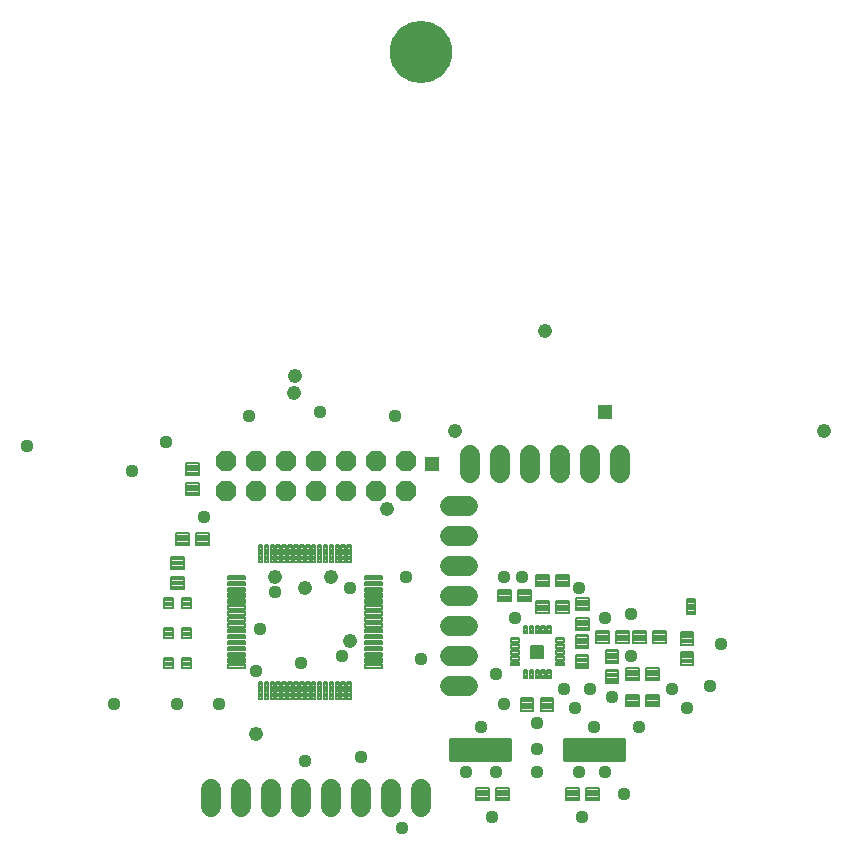
<source format=gts>
G75*
G70*
%OFA0B0*%
%FSLAX24Y24*%
%IPPOS*%
%LPD*%
%AMOC8*
5,1,8,0,0,1.08239X$1,22.5*
%
%ADD10C,0.2080*%
%ADD11C,0.0081*%
%ADD12C,0.0086*%
%ADD13C,0.0081*%
%ADD14C,0.0680*%
%ADD15C,0.0083*%
%ADD16OC8,0.0680*%
%ADD17C,0.0082*%
%ADD18C,0.0437*%
%ADD19R,0.0476X0.0476*%
%ADD20C,0.0476*%
D10*
X015563Y028939D03*
D11*
X007722Y015221D02*
X007722Y014827D01*
X007722Y015221D02*
X008154Y015221D01*
X008154Y014827D01*
X007722Y014827D01*
X007722Y014907D02*
X008154Y014907D01*
X008154Y014987D02*
X007722Y014987D01*
X007722Y015067D02*
X008154Y015067D01*
X008154Y015147D02*
X007722Y015147D01*
X007722Y014551D02*
X007722Y014157D01*
X007722Y014551D02*
X008154Y014551D01*
X008154Y014157D01*
X007722Y014157D01*
X007722Y014237D02*
X008154Y014237D01*
X008154Y014317D02*
X007722Y014317D01*
X007722Y014397D02*
X008154Y014397D01*
X008154Y014477D02*
X007722Y014477D01*
X007819Y012492D02*
X007387Y012492D01*
X007387Y012886D01*
X007819Y012886D01*
X007819Y012492D01*
X007819Y012572D02*
X007387Y012572D01*
X007387Y012652D02*
X007819Y012652D01*
X007819Y012732D02*
X007387Y012732D01*
X007387Y012812D02*
X007819Y012812D01*
X008056Y012492D02*
X008488Y012492D01*
X008056Y012492D02*
X008056Y012886D01*
X008488Y012886D01*
X008488Y012492D01*
X008488Y012572D02*
X008056Y012572D01*
X008056Y012652D02*
X008488Y012652D01*
X008488Y012732D02*
X008056Y012732D01*
X008056Y012812D02*
X008488Y012812D01*
X007654Y012096D02*
X007654Y011702D01*
X007222Y011702D01*
X007222Y012096D01*
X007654Y012096D01*
X007654Y011782D02*
X007222Y011782D01*
X007222Y011862D02*
X007654Y011862D01*
X007654Y011942D02*
X007222Y011942D01*
X007222Y012022D02*
X007654Y012022D01*
X007654Y011426D02*
X007654Y011032D01*
X007222Y011032D01*
X007222Y011426D01*
X007654Y011426D01*
X007654Y011112D02*
X007222Y011112D01*
X007222Y011192D02*
X007654Y011192D01*
X007654Y011272D02*
X007222Y011272D01*
X007222Y011352D02*
X007654Y011352D01*
X017387Y003992D02*
X017819Y003992D01*
X017387Y003992D02*
X017387Y004386D01*
X017819Y004386D01*
X017819Y003992D01*
X017819Y004072D02*
X017387Y004072D01*
X017387Y004152D02*
X017819Y004152D01*
X017819Y004232D02*
X017387Y004232D01*
X017387Y004312D02*
X017819Y004312D01*
X018056Y003992D02*
X018488Y003992D01*
X018056Y003992D02*
X018056Y004386D01*
X018488Y004386D01*
X018488Y003992D01*
X018488Y004072D02*
X018056Y004072D01*
X018056Y004152D02*
X018488Y004152D01*
X018488Y004232D02*
X018056Y004232D01*
X018056Y004312D02*
X018488Y004312D01*
X020387Y004386D02*
X020819Y004386D01*
X020819Y003992D01*
X020387Y003992D01*
X020387Y004386D01*
X020387Y004072D02*
X020819Y004072D01*
X020819Y004152D02*
X020387Y004152D01*
X020387Y004232D02*
X020819Y004232D01*
X020819Y004312D02*
X020387Y004312D01*
X021056Y004386D02*
X021488Y004386D01*
X021488Y003992D01*
X021056Y003992D01*
X021056Y004386D01*
X021056Y004072D02*
X021488Y004072D01*
X021488Y004152D02*
X021056Y004152D01*
X021056Y004232D02*
X021488Y004232D01*
X021488Y004312D02*
X021056Y004312D01*
X019969Y006973D02*
X019575Y006973D01*
X019575Y007405D01*
X019969Y007405D01*
X019969Y006973D01*
X019969Y007053D02*
X019575Y007053D01*
X019575Y007133D02*
X019969Y007133D01*
X019969Y007213D02*
X019575Y007213D01*
X019575Y007293D02*
X019969Y007293D01*
X019969Y007373D02*
X019575Y007373D01*
X019300Y006973D02*
X018906Y006973D01*
X018906Y007405D01*
X019300Y007405D01*
X019300Y006973D01*
X019300Y007053D02*
X018906Y007053D01*
X018906Y007133D02*
X019300Y007133D01*
X019300Y007213D02*
X018906Y007213D01*
X018906Y007293D02*
X019300Y007293D01*
X019300Y007373D02*
X018906Y007373D01*
X019241Y009136D02*
X019635Y009136D01*
X019635Y008742D01*
X019241Y008742D01*
X019241Y009136D01*
X019241Y008822D02*
X019635Y008822D01*
X019635Y008902D02*
X019241Y008902D01*
X019241Y008982D02*
X019635Y008982D01*
X019635Y009062D02*
X019241Y009062D01*
X019387Y010242D02*
X019819Y010242D01*
X019387Y010242D02*
X019387Y010636D01*
X019819Y010636D01*
X019819Y010242D01*
X019819Y010322D02*
X019387Y010322D01*
X019387Y010402D02*
X019819Y010402D01*
X019819Y010482D02*
X019387Y010482D01*
X019387Y010562D02*
X019819Y010562D01*
X020056Y010242D02*
X020488Y010242D01*
X020056Y010242D02*
X020056Y010636D01*
X020488Y010636D01*
X020488Y010242D01*
X020488Y010322D02*
X020056Y010322D01*
X020056Y010402D02*
X020488Y010402D01*
X020488Y010482D02*
X020056Y010482D01*
X020056Y010562D02*
X020488Y010562D01*
X020722Y010721D02*
X020722Y010327D01*
X020722Y010721D02*
X021154Y010721D01*
X021154Y010327D01*
X020722Y010327D01*
X020722Y010407D02*
X021154Y010407D01*
X021154Y010487D02*
X020722Y010487D01*
X020722Y010567D02*
X021154Y010567D01*
X021154Y010647D02*
X020722Y010647D01*
X020488Y011117D02*
X020056Y011117D01*
X020056Y011511D01*
X020488Y011511D01*
X020488Y011117D01*
X020488Y011197D02*
X020056Y011197D01*
X020056Y011277D02*
X020488Y011277D01*
X020488Y011357D02*
X020056Y011357D01*
X020056Y011437D02*
X020488Y011437D01*
X019819Y011117D02*
X019387Y011117D01*
X019387Y011511D01*
X019819Y011511D01*
X019819Y011117D01*
X019819Y011197D02*
X019387Y011197D01*
X019387Y011277D02*
X019819Y011277D01*
X019819Y011357D02*
X019387Y011357D01*
X019387Y011437D02*
X019819Y011437D01*
X019238Y011011D02*
X018806Y011011D01*
X019238Y011011D02*
X019238Y010617D01*
X018806Y010617D01*
X018806Y011011D01*
X018806Y010697D02*
X019238Y010697D01*
X019238Y010777D02*
X018806Y010777D01*
X018806Y010857D02*
X019238Y010857D01*
X019238Y010937D02*
X018806Y010937D01*
X018569Y011011D02*
X018137Y011011D01*
X018569Y011011D02*
X018569Y010617D01*
X018137Y010617D01*
X018137Y011011D01*
X018137Y010697D02*
X018569Y010697D01*
X018569Y010777D02*
X018137Y010777D01*
X018137Y010857D02*
X018569Y010857D01*
X018569Y010937D02*
X018137Y010937D01*
X020722Y010051D02*
X020722Y009657D01*
X020722Y010051D02*
X021154Y010051D01*
X021154Y009657D01*
X020722Y009657D01*
X020722Y009737D02*
X021154Y009737D01*
X021154Y009817D02*
X020722Y009817D01*
X020722Y009897D02*
X021154Y009897D01*
X021154Y009977D02*
X020722Y009977D01*
X020741Y009490D02*
X020741Y009058D01*
X020741Y009490D02*
X021135Y009490D01*
X021135Y009058D01*
X020741Y009058D01*
X020741Y009138D02*
X021135Y009138D01*
X021135Y009218D02*
X020741Y009218D01*
X020741Y009298D02*
X021135Y009298D01*
X021135Y009378D02*
X020741Y009378D01*
X020741Y009458D02*
X021135Y009458D01*
X021387Y009242D02*
X021819Y009242D01*
X021387Y009242D02*
X021387Y009636D01*
X021819Y009636D01*
X021819Y009242D01*
X021819Y009322D02*
X021387Y009322D01*
X021387Y009402D02*
X021819Y009402D01*
X021819Y009482D02*
X021387Y009482D01*
X021387Y009562D02*
X021819Y009562D01*
X022056Y009242D02*
X022488Y009242D01*
X022056Y009242D02*
X022056Y009636D01*
X022488Y009636D01*
X022488Y009242D01*
X022488Y009322D02*
X022056Y009322D01*
X022056Y009402D02*
X022488Y009402D01*
X022488Y009482D02*
X022056Y009482D01*
X022056Y009562D02*
X022488Y009562D01*
X022637Y009242D02*
X023069Y009242D01*
X022637Y009242D02*
X022637Y009636D01*
X023069Y009636D01*
X023069Y009242D01*
X023069Y009322D02*
X022637Y009322D01*
X022637Y009402D02*
X023069Y009402D01*
X023069Y009482D02*
X022637Y009482D01*
X022637Y009562D02*
X023069Y009562D01*
X023306Y009242D02*
X023738Y009242D01*
X023306Y009242D02*
X023306Y009636D01*
X023738Y009636D01*
X023738Y009242D01*
X023738Y009322D02*
X023306Y009322D01*
X023306Y009402D02*
X023738Y009402D01*
X023738Y009482D02*
X023306Y009482D01*
X023306Y009562D02*
X023738Y009562D01*
X024241Y009615D02*
X024241Y009183D01*
X024241Y009615D02*
X024635Y009615D01*
X024635Y009183D01*
X024241Y009183D01*
X024241Y009263D02*
X024635Y009263D01*
X024635Y009343D02*
X024241Y009343D01*
X024241Y009423D02*
X024635Y009423D01*
X024635Y009503D02*
X024241Y009503D01*
X024241Y009583D02*
X024635Y009583D01*
X024241Y008945D02*
X024241Y008513D01*
X024241Y008945D02*
X024635Y008945D01*
X024635Y008513D01*
X024241Y008513D01*
X024241Y008593D02*
X024635Y008593D01*
X024635Y008673D02*
X024241Y008673D01*
X024241Y008753D02*
X024635Y008753D01*
X024635Y008833D02*
X024241Y008833D01*
X024241Y008913D02*
X024635Y008913D01*
X023488Y007992D02*
X023056Y007992D01*
X023056Y008386D01*
X023488Y008386D01*
X023488Y007992D01*
X023488Y008072D02*
X023056Y008072D01*
X023056Y008152D02*
X023488Y008152D01*
X023488Y008232D02*
X023056Y008232D01*
X023056Y008312D02*
X023488Y008312D01*
X022819Y007992D02*
X022387Y007992D01*
X022387Y008386D01*
X022819Y008386D01*
X022819Y007992D01*
X022819Y008072D02*
X022387Y008072D01*
X022387Y008152D02*
X022819Y008152D01*
X022819Y008232D02*
X022387Y008232D01*
X022387Y008312D02*
X022819Y008312D01*
X021741Y008320D02*
X021741Y007888D01*
X021741Y008320D02*
X022135Y008320D01*
X022135Y007888D01*
X021741Y007888D01*
X021741Y007968D02*
X022135Y007968D01*
X022135Y008048D02*
X021741Y008048D01*
X021741Y008128D02*
X022135Y008128D01*
X022135Y008208D02*
X021741Y008208D01*
X021741Y008288D02*
X022135Y008288D01*
X021741Y008558D02*
X021741Y008990D01*
X022135Y008990D01*
X022135Y008558D01*
X021741Y008558D01*
X021741Y008638D02*
X022135Y008638D01*
X022135Y008718D02*
X021741Y008718D01*
X021741Y008798D02*
X022135Y008798D01*
X022135Y008878D02*
X021741Y008878D01*
X021741Y008958D02*
X022135Y008958D01*
X020741Y008820D02*
X020741Y008388D01*
X020741Y008820D02*
X021135Y008820D01*
X021135Y008388D01*
X020741Y008388D01*
X020741Y008468D02*
X021135Y008468D01*
X021135Y008548D02*
X020741Y008548D01*
X020741Y008628D02*
X021135Y008628D01*
X021135Y008708D02*
X020741Y008708D01*
X020741Y008788D02*
X021135Y008788D01*
X022387Y007117D02*
X022819Y007117D01*
X022387Y007117D02*
X022387Y007511D01*
X022819Y007511D01*
X022819Y007117D01*
X022819Y007197D02*
X022387Y007197D01*
X022387Y007277D02*
X022819Y007277D01*
X022819Y007357D02*
X022387Y007357D01*
X022387Y007437D02*
X022819Y007437D01*
X023056Y007117D02*
X023488Y007117D01*
X023056Y007117D02*
X023056Y007511D01*
X023488Y007511D01*
X023488Y007117D01*
X023488Y007197D02*
X023056Y007197D01*
X023056Y007277D02*
X023488Y007277D01*
X023488Y007357D02*
X023056Y007357D01*
X023056Y007437D02*
X023488Y007437D01*
D12*
X022335Y005342D02*
X020341Y005342D01*
X020341Y006036D01*
X022335Y006036D01*
X022335Y005342D01*
X022335Y005427D02*
X020341Y005427D01*
X020341Y005512D02*
X022335Y005512D01*
X022335Y005597D02*
X020341Y005597D01*
X020341Y005682D02*
X022335Y005682D01*
X022335Y005767D02*
X020341Y005767D01*
X020341Y005852D02*
X022335Y005852D01*
X022335Y005937D02*
X020341Y005937D01*
X020341Y006022D02*
X022335Y006022D01*
X018535Y005342D02*
X016541Y005342D01*
X016541Y006036D01*
X018535Y006036D01*
X018535Y005342D01*
X018535Y005427D02*
X016541Y005427D01*
X016541Y005512D02*
X018535Y005512D01*
X018535Y005597D02*
X016541Y005597D01*
X016541Y005682D02*
X018535Y005682D01*
X018535Y005767D02*
X016541Y005767D01*
X016541Y005852D02*
X018535Y005852D01*
X018535Y005937D02*
X016541Y005937D01*
X016541Y006022D02*
X018535Y006022D01*
D13*
X018985Y008063D02*
X018985Y008319D01*
X019103Y008319D01*
X019103Y008063D01*
X018985Y008063D01*
X018985Y008143D02*
X019103Y008143D01*
X019103Y008223D02*
X018985Y008223D01*
X018985Y008303D02*
X019103Y008303D01*
X019182Y008319D02*
X019182Y008063D01*
X019182Y008319D02*
X019300Y008319D01*
X019300Y008063D01*
X019182Y008063D01*
X019182Y008143D02*
X019300Y008143D01*
X019300Y008223D02*
X019182Y008223D01*
X019182Y008303D02*
X019300Y008303D01*
X019379Y008319D02*
X019379Y008063D01*
X019379Y008319D02*
X019497Y008319D01*
X019497Y008063D01*
X019379Y008063D01*
X019379Y008143D02*
X019497Y008143D01*
X019497Y008223D02*
X019379Y008223D01*
X019379Y008303D02*
X019497Y008303D01*
X019694Y008319D02*
X019694Y008063D01*
X019576Y008063D01*
X019576Y008319D01*
X019694Y008319D01*
X019694Y008143D02*
X019576Y008143D01*
X019576Y008223D02*
X019694Y008223D01*
X019694Y008303D02*
X019576Y008303D01*
X019890Y008319D02*
X019890Y008063D01*
X019772Y008063D01*
X019772Y008319D01*
X019890Y008319D01*
X019890Y008143D02*
X019772Y008143D01*
X019772Y008223D02*
X019890Y008223D01*
X019890Y008303D02*
X019772Y008303D01*
X020058Y008604D02*
X020314Y008604D01*
X020314Y008486D01*
X020058Y008486D01*
X020058Y008604D01*
X020058Y008566D02*
X020314Y008566D01*
X020314Y008801D02*
X020058Y008801D01*
X020314Y008801D02*
X020314Y008683D01*
X020058Y008683D01*
X020058Y008801D01*
X020058Y008763D02*
X020314Y008763D01*
X020314Y008880D02*
X020058Y008880D01*
X020058Y008998D01*
X020314Y008998D01*
X020314Y008880D01*
X020314Y008960D02*
X020058Y008960D01*
X020058Y009077D02*
X020314Y009077D01*
X020058Y009077D02*
X020058Y009195D01*
X020314Y009195D01*
X020314Y009077D01*
X020314Y009157D02*
X020058Y009157D01*
X020058Y009274D02*
X020314Y009274D01*
X020058Y009274D02*
X020058Y009392D01*
X020314Y009392D01*
X020314Y009274D01*
X020314Y009354D02*
X020058Y009354D01*
X019890Y009559D02*
X019890Y009815D01*
X019890Y009559D02*
X019772Y009559D01*
X019772Y009815D01*
X019890Y009815D01*
X019890Y009639D02*
X019772Y009639D01*
X019772Y009719D02*
X019890Y009719D01*
X019890Y009799D02*
X019772Y009799D01*
X019576Y009815D02*
X019576Y009559D01*
X019576Y009815D02*
X019694Y009815D01*
X019694Y009559D01*
X019576Y009559D01*
X019576Y009639D02*
X019694Y009639D01*
X019694Y009719D02*
X019576Y009719D01*
X019576Y009799D02*
X019694Y009799D01*
X019497Y009815D02*
X019497Y009559D01*
X019379Y009559D01*
X019379Y009815D01*
X019497Y009815D01*
X019497Y009639D02*
X019379Y009639D01*
X019379Y009719D02*
X019497Y009719D01*
X019497Y009799D02*
X019379Y009799D01*
X019300Y009815D02*
X019300Y009559D01*
X019182Y009559D01*
X019182Y009815D01*
X019300Y009815D01*
X019300Y009639D02*
X019182Y009639D01*
X019182Y009719D02*
X019300Y009719D01*
X019300Y009799D02*
X019182Y009799D01*
X019103Y009815D02*
X019103Y009559D01*
X018985Y009559D01*
X018985Y009815D01*
X019103Y009815D01*
X019103Y009639D02*
X018985Y009639D01*
X018985Y009719D02*
X019103Y009719D01*
X019103Y009799D02*
X018985Y009799D01*
X018818Y009274D02*
X018562Y009274D01*
X018562Y009392D01*
X018818Y009392D01*
X018818Y009274D01*
X018818Y009354D02*
X018562Y009354D01*
X018562Y009077D02*
X018818Y009077D01*
X018562Y009077D02*
X018562Y009195D01*
X018818Y009195D01*
X018818Y009077D01*
X018818Y009157D02*
X018562Y009157D01*
X018562Y008880D02*
X018818Y008880D01*
X018562Y008880D02*
X018562Y008998D01*
X018818Y008998D01*
X018818Y008880D01*
X018818Y008960D02*
X018562Y008960D01*
X018562Y008683D02*
X018818Y008683D01*
X018562Y008683D02*
X018562Y008801D01*
X018818Y008801D01*
X018818Y008683D01*
X018818Y008763D02*
X018562Y008763D01*
X018562Y008604D02*
X018818Y008604D01*
X018818Y008486D01*
X018562Y008486D01*
X018562Y008604D01*
X018562Y008566D02*
X018818Y008566D01*
X014246Y008601D02*
X014246Y008719D01*
X014246Y008601D02*
X013696Y008601D01*
X013696Y008719D01*
X014246Y008719D01*
X014246Y008681D02*
X013696Y008681D01*
X014246Y008797D02*
X014246Y008915D01*
X014246Y008797D02*
X013696Y008797D01*
X013696Y008915D01*
X014246Y008915D01*
X014246Y008877D02*
X013696Y008877D01*
X014246Y008994D02*
X014246Y009112D01*
X014246Y008994D02*
X013696Y008994D01*
X013696Y009112D01*
X014246Y009112D01*
X014246Y009074D02*
X013696Y009074D01*
X014246Y009191D02*
X014246Y009309D01*
X014246Y009191D02*
X013696Y009191D01*
X013696Y009309D01*
X014246Y009309D01*
X014246Y009271D02*
X013696Y009271D01*
X014246Y009388D02*
X014246Y009506D01*
X014246Y009388D02*
X013696Y009388D01*
X013696Y009506D01*
X014246Y009506D01*
X014246Y009468D02*
X013696Y009468D01*
X014246Y009585D02*
X014246Y009703D01*
X014246Y009585D02*
X013696Y009585D01*
X013696Y009703D01*
X014246Y009703D01*
X014246Y009665D02*
X013696Y009665D01*
X014246Y009782D02*
X014246Y009900D01*
X014246Y009782D02*
X013696Y009782D01*
X013696Y009900D01*
X014246Y009900D01*
X014246Y009862D02*
X013696Y009862D01*
X014246Y009978D02*
X014246Y010096D01*
X014246Y009978D02*
X013696Y009978D01*
X013696Y010096D01*
X014246Y010096D01*
X014246Y010058D02*
X013696Y010058D01*
X014246Y010175D02*
X014246Y010293D01*
X014246Y010175D02*
X013696Y010175D01*
X013696Y010293D01*
X014246Y010293D01*
X014246Y010255D02*
X013696Y010255D01*
X014246Y010372D02*
X014246Y010490D01*
X014246Y010372D02*
X013696Y010372D01*
X013696Y010490D01*
X014246Y010490D01*
X014246Y010452D02*
X013696Y010452D01*
X014246Y010569D02*
X014246Y010687D01*
X014246Y010569D02*
X013696Y010569D01*
X013696Y010687D01*
X014246Y010687D01*
X014246Y010649D02*
X013696Y010649D01*
X014246Y010766D02*
X014246Y010884D01*
X014246Y010766D02*
X013696Y010766D01*
X013696Y010884D01*
X014246Y010884D01*
X014246Y010846D02*
X013696Y010846D01*
X014246Y010963D02*
X014246Y011081D01*
X014246Y010963D02*
X013696Y010963D01*
X013696Y011081D01*
X014246Y011081D01*
X014246Y011043D02*
X013696Y011043D01*
X014246Y011160D02*
X014246Y011278D01*
X014246Y011160D02*
X013696Y011160D01*
X013696Y011278D01*
X014246Y011278D01*
X014246Y011240D02*
X013696Y011240D01*
X014246Y011356D02*
X014246Y011474D01*
X014246Y011356D02*
X013696Y011356D01*
X013696Y011474D01*
X014246Y011474D01*
X014246Y011436D02*
X013696Y011436D01*
X013223Y011948D02*
X013105Y011948D01*
X013105Y012498D01*
X013223Y012498D01*
X013223Y011948D01*
X013223Y012028D02*
X013105Y012028D01*
X013105Y012108D02*
X013223Y012108D01*
X013223Y012188D02*
X013105Y012188D01*
X013105Y012268D02*
X013223Y012268D01*
X013223Y012348D02*
X013105Y012348D01*
X013105Y012428D02*
X013223Y012428D01*
X013026Y011948D02*
X012908Y011948D01*
X012908Y012498D01*
X013026Y012498D01*
X013026Y011948D01*
X013026Y012028D02*
X012908Y012028D01*
X012908Y012108D02*
X013026Y012108D01*
X013026Y012188D02*
X012908Y012188D01*
X012908Y012268D02*
X013026Y012268D01*
X013026Y012348D02*
X012908Y012348D01*
X012908Y012428D02*
X013026Y012428D01*
X012829Y011948D02*
X012711Y011948D01*
X012711Y012498D01*
X012829Y012498D01*
X012829Y011948D01*
X012829Y012028D02*
X012711Y012028D01*
X012711Y012108D02*
X012829Y012108D01*
X012829Y012188D02*
X012711Y012188D01*
X012711Y012268D02*
X012829Y012268D01*
X012829Y012348D02*
X012711Y012348D01*
X012711Y012428D02*
X012829Y012428D01*
X012633Y011948D02*
X012515Y011948D01*
X012515Y012498D01*
X012633Y012498D01*
X012633Y011948D01*
X012633Y012028D02*
X012515Y012028D01*
X012515Y012108D02*
X012633Y012108D01*
X012633Y012188D02*
X012515Y012188D01*
X012515Y012268D02*
X012633Y012268D01*
X012633Y012348D02*
X012515Y012348D01*
X012515Y012428D02*
X012633Y012428D01*
X012436Y011948D02*
X012318Y011948D01*
X012318Y012498D01*
X012436Y012498D01*
X012436Y011948D01*
X012436Y012028D02*
X012318Y012028D01*
X012318Y012108D02*
X012436Y012108D01*
X012436Y012188D02*
X012318Y012188D01*
X012318Y012268D02*
X012436Y012268D01*
X012436Y012348D02*
X012318Y012348D01*
X012318Y012428D02*
X012436Y012428D01*
X012239Y011948D02*
X012121Y011948D01*
X012121Y012498D01*
X012239Y012498D01*
X012239Y011948D01*
X012239Y012028D02*
X012121Y012028D01*
X012121Y012108D02*
X012239Y012108D01*
X012239Y012188D02*
X012121Y012188D01*
X012121Y012268D02*
X012239Y012268D01*
X012239Y012348D02*
X012121Y012348D01*
X012121Y012428D02*
X012239Y012428D01*
X012042Y011948D02*
X011924Y011948D01*
X011924Y012498D01*
X012042Y012498D01*
X012042Y011948D01*
X012042Y012028D02*
X011924Y012028D01*
X011924Y012108D02*
X012042Y012108D01*
X012042Y012188D02*
X011924Y012188D01*
X011924Y012268D02*
X012042Y012268D01*
X012042Y012348D02*
X011924Y012348D01*
X011924Y012428D02*
X012042Y012428D01*
X011845Y011948D02*
X011727Y011948D01*
X011727Y012498D01*
X011845Y012498D01*
X011845Y011948D01*
X011845Y012028D02*
X011727Y012028D01*
X011727Y012108D02*
X011845Y012108D01*
X011845Y012188D02*
X011727Y012188D01*
X011727Y012268D02*
X011845Y012268D01*
X011845Y012348D02*
X011727Y012348D01*
X011727Y012428D02*
X011845Y012428D01*
X011648Y011948D02*
X011530Y011948D01*
X011530Y012498D01*
X011648Y012498D01*
X011648Y011948D01*
X011648Y012028D02*
X011530Y012028D01*
X011530Y012108D02*
X011648Y012108D01*
X011648Y012188D02*
X011530Y012188D01*
X011530Y012268D02*
X011648Y012268D01*
X011648Y012348D02*
X011530Y012348D01*
X011530Y012428D02*
X011648Y012428D01*
X011452Y011948D02*
X011334Y011948D01*
X011334Y012498D01*
X011452Y012498D01*
X011452Y011948D01*
X011452Y012028D02*
X011334Y012028D01*
X011334Y012108D02*
X011452Y012108D01*
X011452Y012188D02*
X011334Y012188D01*
X011334Y012268D02*
X011452Y012268D01*
X011452Y012348D02*
X011334Y012348D01*
X011334Y012428D02*
X011452Y012428D01*
X011255Y011948D02*
X011137Y011948D01*
X011137Y012498D01*
X011255Y012498D01*
X011255Y011948D01*
X011255Y012028D02*
X011137Y012028D01*
X011137Y012108D02*
X011255Y012108D01*
X011255Y012188D02*
X011137Y012188D01*
X011137Y012268D02*
X011255Y012268D01*
X011255Y012348D02*
X011137Y012348D01*
X011137Y012428D02*
X011255Y012428D01*
X011058Y011948D02*
X010940Y011948D01*
X010940Y012498D01*
X011058Y012498D01*
X011058Y011948D01*
X011058Y012028D02*
X010940Y012028D01*
X010940Y012108D02*
X011058Y012108D01*
X011058Y012188D02*
X010940Y012188D01*
X010940Y012268D02*
X011058Y012268D01*
X011058Y012348D02*
X010940Y012348D01*
X010940Y012428D02*
X011058Y012428D01*
X010861Y011948D02*
X010743Y011948D01*
X010743Y012498D01*
X010861Y012498D01*
X010861Y011948D01*
X010861Y012028D02*
X010743Y012028D01*
X010743Y012108D02*
X010861Y012108D01*
X010861Y012188D02*
X010743Y012188D01*
X010743Y012268D02*
X010861Y012268D01*
X010861Y012348D02*
X010743Y012348D01*
X010743Y012428D02*
X010861Y012428D01*
X010664Y011948D02*
X010546Y011948D01*
X010546Y012498D01*
X010664Y012498D01*
X010664Y011948D01*
X010664Y012028D02*
X010546Y012028D01*
X010546Y012108D02*
X010664Y012108D01*
X010664Y012188D02*
X010546Y012188D01*
X010546Y012268D02*
X010664Y012268D01*
X010664Y012348D02*
X010546Y012348D01*
X010546Y012428D02*
X010664Y012428D01*
X010467Y011948D02*
X010349Y011948D01*
X010349Y012498D01*
X010467Y012498D01*
X010467Y011948D01*
X010467Y012028D02*
X010349Y012028D01*
X010349Y012108D02*
X010467Y012108D01*
X010467Y012188D02*
X010349Y012188D01*
X010349Y012268D02*
X010467Y012268D01*
X010467Y012348D02*
X010349Y012348D01*
X010349Y012428D02*
X010467Y012428D01*
X010270Y011948D02*
X010152Y011948D01*
X010152Y012498D01*
X010270Y012498D01*
X010270Y011948D01*
X010270Y012028D02*
X010152Y012028D01*
X010152Y012108D02*
X010270Y012108D01*
X010270Y012188D02*
X010152Y012188D01*
X010152Y012268D02*
X010270Y012268D01*
X010270Y012348D02*
X010152Y012348D01*
X010152Y012428D02*
X010270Y012428D01*
X009679Y011474D02*
X009679Y011356D01*
X009129Y011356D01*
X009129Y011474D01*
X009679Y011474D01*
X009679Y011436D02*
X009129Y011436D01*
X009679Y011278D02*
X009679Y011160D01*
X009129Y011160D01*
X009129Y011278D01*
X009679Y011278D01*
X009679Y011240D02*
X009129Y011240D01*
X009679Y011081D02*
X009679Y010963D01*
X009129Y010963D01*
X009129Y011081D01*
X009679Y011081D01*
X009679Y011043D02*
X009129Y011043D01*
X009679Y010884D02*
X009679Y010766D01*
X009129Y010766D01*
X009129Y010884D01*
X009679Y010884D01*
X009679Y010846D02*
X009129Y010846D01*
X009679Y010687D02*
X009679Y010569D01*
X009129Y010569D01*
X009129Y010687D01*
X009679Y010687D01*
X009679Y010649D02*
X009129Y010649D01*
X009679Y010490D02*
X009679Y010372D01*
X009129Y010372D01*
X009129Y010490D01*
X009679Y010490D01*
X009679Y010452D02*
X009129Y010452D01*
X009679Y010293D02*
X009679Y010175D01*
X009129Y010175D01*
X009129Y010293D01*
X009679Y010293D01*
X009679Y010255D02*
X009129Y010255D01*
X009679Y010096D02*
X009679Y009978D01*
X009129Y009978D01*
X009129Y010096D01*
X009679Y010096D01*
X009679Y010058D02*
X009129Y010058D01*
X009679Y009900D02*
X009679Y009782D01*
X009129Y009782D01*
X009129Y009900D01*
X009679Y009900D01*
X009679Y009862D02*
X009129Y009862D01*
X009679Y009703D02*
X009679Y009585D01*
X009129Y009585D01*
X009129Y009703D01*
X009679Y009703D01*
X009679Y009665D02*
X009129Y009665D01*
X009679Y009506D02*
X009679Y009388D01*
X009129Y009388D01*
X009129Y009506D01*
X009679Y009506D01*
X009679Y009468D02*
X009129Y009468D01*
X009679Y009309D02*
X009679Y009191D01*
X009129Y009191D01*
X009129Y009309D01*
X009679Y009309D01*
X009679Y009271D02*
X009129Y009271D01*
X009679Y009112D02*
X009679Y008994D01*
X009129Y008994D01*
X009129Y009112D01*
X009679Y009112D01*
X009679Y009074D02*
X009129Y009074D01*
X009679Y008915D02*
X009679Y008797D01*
X009129Y008797D01*
X009129Y008915D01*
X009679Y008915D01*
X009679Y008877D02*
X009129Y008877D01*
X009679Y008719D02*
X009679Y008601D01*
X009129Y008601D01*
X009129Y008719D01*
X009679Y008719D01*
X009679Y008681D02*
X009129Y008681D01*
X009679Y008522D02*
X009679Y008404D01*
X009129Y008404D01*
X009129Y008522D01*
X009679Y008522D01*
X009679Y008484D02*
X009129Y008484D01*
X010152Y007381D02*
X010270Y007381D01*
X010152Y007381D02*
X010152Y007931D01*
X010270Y007931D01*
X010270Y007381D01*
X010270Y007461D02*
X010152Y007461D01*
X010152Y007541D02*
X010270Y007541D01*
X010270Y007621D02*
X010152Y007621D01*
X010152Y007701D02*
X010270Y007701D01*
X010270Y007781D02*
X010152Y007781D01*
X010152Y007861D02*
X010270Y007861D01*
X010349Y007381D02*
X010467Y007381D01*
X010349Y007381D02*
X010349Y007931D01*
X010467Y007931D01*
X010467Y007381D01*
X010467Y007461D02*
X010349Y007461D01*
X010349Y007541D02*
X010467Y007541D01*
X010467Y007621D02*
X010349Y007621D01*
X010349Y007701D02*
X010467Y007701D01*
X010467Y007781D02*
X010349Y007781D01*
X010349Y007861D02*
X010467Y007861D01*
X010546Y007381D02*
X010664Y007381D01*
X010546Y007381D02*
X010546Y007931D01*
X010664Y007931D01*
X010664Y007381D01*
X010664Y007461D02*
X010546Y007461D01*
X010546Y007541D02*
X010664Y007541D01*
X010664Y007621D02*
X010546Y007621D01*
X010546Y007701D02*
X010664Y007701D01*
X010664Y007781D02*
X010546Y007781D01*
X010546Y007861D02*
X010664Y007861D01*
X010743Y007381D02*
X010861Y007381D01*
X010743Y007381D02*
X010743Y007931D01*
X010861Y007931D01*
X010861Y007381D01*
X010861Y007461D02*
X010743Y007461D01*
X010743Y007541D02*
X010861Y007541D01*
X010861Y007621D02*
X010743Y007621D01*
X010743Y007701D02*
X010861Y007701D01*
X010861Y007781D02*
X010743Y007781D01*
X010743Y007861D02*
X010861Y007861D01*
X010940Y007381D02*
X011058Y007381D01*
X010940Y007381D02*
X010940Y007931D01*
X011058Y007931D01*
X011058Y007381D01*
X011058Y007461D02*
X010940Y007461D01*
X010940Y007541D02*
X011058Y007541D01*
X011058Y007621D02*
X010940Y007621D01*
X010940Y007701D02*
X011058Y007701D01*
X011058Y007781D02*
X010940Y007781D01*
X010940Y007861D02*
X011058Y007861D01*
X011137Y007381D02*
X011255Y007381D01*
X011137Y007381D02*
X011137Y007931D01*
X011255Y007931D01*
X011255Y007381D01*
X011255Y007461D02*
X011137Y007461D01*
X011137Y007541D02*
X011255Y007541D01*
X011255Y007621D02*
X011137Y007621D01*
X011137Y007701D02*
X011255Y007701D01*
X011255Y007781D02*
X011137Y007781D01*
X011137Y007861D02*
X011255Y007861D01*
X011334Y007381D02*
X011452Y007381D01*
X011334Y007381D02*
X011334Y007931D01*
X011452Y007931D01*
X011452Y007381D01*
X011452Y007461D02*
X011334Y007461D01*
X011334Y007541D02*
X011452Y007541D01*
X011452Y007621D02*
X011334Y007621D01*
X011334Y007701D02*
X011452Y007701D01*
X011452Y007781D02*
X011334Y007781D01*
X011334Y007861D02*
X011452Y007861D01*
X011530Y007381D02*
X011648Y007381D01*
X011530Y007381D02*
X011530Y007931D01*
X011648Y007931D01*
X011648Y007381D01*
X011648Y007461D02*
X011530Y007461D01*
X011530Y007541D02*
X011648Y007541D01*
X011648Y007621D02*
X011530Y007621D01*
X011530Y007701D02*
X011648Y007701D01*
X011648Y007781D02*
X011530Y007781D01*
X011530Y007861D02*
X011648Y007861D01*
X011727Y007381D02*
X011845Y007381D01*
X011727Y007381D02*
X011727Y007931D01*
X011845Y007931D01*
X011845Y007381D01*
X011845Y007461D02*
X011727Y007461D01*
X011727Y007541D02*
X011845Y007541D01*
X011845Y007621D02*
X011727Y007621D01*
X011727Y007701D02*
X011845Y007701D01*
X011845Y007781D02*
X011727Y007781D01*
X011727Y007861D02*
X011845Y007861D01*
X011924Y007381D02*
X012042Y007381D01*
X011924Y007381D02*
X011924Y007931D01*
X012042Y007931D01*
X012042Y007381D01*
X012042Y007461D02*
X011924Y007461D01*
X011924Y007541D02*
X012042Y007541D01*
X012042Y007621D02*
X011924Y007621D01*
X011924Y007701D02*
X012042Y007701D01*
X012042Y007781D02*
X011924Y007781D01*
X011924Y007861D02*
X012042Y007861D01*
X012121Y007381D02*
X012239Y007381D01*
X012121Y007381D02*
X012121Y007931D01*
X012239Y007931D01*
X012239Y007381D01*
X012239Y007461D02*
X012121Y007461D01*
X012121Y007541D02*
X012239Y007541D01*
X012239Y007621D02*
X012121Y007621D01*
X012121Y007701D02*
X012239Y007701D01*
X012239Y007781D02*
X012121Y007781D01*
X012121Y007861D02*
X012239Y007861D01*
X012318Y007381D02*
X012436Y007381D01*
X012318Y007381D02*
X012318Y007931D01*
X012436Y007931D01*
X012436Y007381D01*
X012436Y007461D02*
X012318Y007461D01*
X012318Y007541D02*
X012436Y007541D01*
X012436Y007621D02*
X012318Y007621D01*
X012318Y007701D02*
X012436Y007701D01*
X012436Y007781D02*
X012318Y007781D01*
X012318Y007861D02*
X012436Y007861D01*
X012515Y007381D02*
X012633Y007381D01*
X012515Y007381D02*
X012515Y007931D01*
X012633Y007931D01*
X012633Y007381D01*
X012633Y007461D02*
X012515Y007461D01*
X012515Y007541D02*
X012633Y007541D01*
X012633Y007621D02*
X012515Y007621D01*
X012515Y007701D02*
X012633Y007701D01*
X012633Y007781D02*
X012515Y007781D01*
X012515Y007861D02*
X012633Y007861D01*
X012711Y007381D02*
X012829Y007381D01*
X012711Y007381D02*
X012711Y007931D01*
X012829Y007931D01*
X012829Y007381D01*
X012829Y007461D02*
X012711Y007461D01*
X012711Y007541D02*
X012829Y007541D01*
X012829Y007621D02*
X012711Y007621D01*
X012711Y007701D02*
X012829Y007701D01*
X012829Y007781D02*
X012711Y007781D01*
X012711Y007861D02*
X012829Y007861D01*
X012908Y007381D02*
X013026Y007381D01*
X012908Y007381D02*
X012908Y007931D01*
X013026Y007931D01*
X013026Y007381D01*
X013026Y007461D02*
X012908Y007461D01*
X012908Y007541D02*
X013026Y007541D01*
X013026Y007621D02*
X012908Y007621D01*
X012908Y007701D02*
X013026Y007701D01*
X013026Y007781D02*
X012908Y007781D01*
X012908Y007861D02*
X013026Y007861D01*
X013105Y007381D02*
X013223Y007381D01*
X013105Y007381D02*
X013105Y007931D01*
X013223Y007931D01*
X013223Y007381D01*
X013223Y007461D02*
X013105Y007461D01*
X013105Y007541D02*
X013223Y007541D01*
X013223Y007621D02*
X013105Y007621D01*
X013105Y007701D02*
X013223Y007701D01*
X013223Y007781D02*
X013105Y007781D01*
X013105Y007861D02*
X013223Y007861D01*
X014246Y008404D02*
X014246Y008522D01*
X014246Y008404D02*
X013696Y008404D01*
X013696Y008522D01*
X014246Y008522D01*
X014246Y008484D02*
X013696Y008484D01*
D14*
X016513Y008814D02*
X017113Y008814D01*
X017113Y007814D02*
X016513Y007814D01*
X016513Y009814D02*
X017113Y009814D01*
X017113Y010814D02*
X016513Y010814D01*
X016513Y011814D02*
X017113Y011814D01*
X017113Y012814D02*
X016513Y012814D01*
X016513Y013814D02*
X017113Y013814D01*
X017188Y014889D02*
X017188Y015489D01*
X018188Y015489D02*
X018188Y014889D01*
X019188Y014889D02*
X019188Y015489D01*
X020188Y015489D02*
X020188Y014889D01*
X021188Y014889D02*
X021188Y015489D01*
X022188Y015489D02*
X022188Y014889D01*
X015563Y004364D02*
X015563Y003764D01*
X014563Y003764D02*
X014563Y004364D01*
X013563Y004364D02*
X013563Y003764D01*
X012563Y003764D02*
X012563Y004364D01*
X011563Y004364D02*
X011563Y003764D01*
X010563Y003764D02*
X010563Y004364D01*
X009563Y004364D02*
X009563Y003764D01*
X008563Y003764D02*
X008563Y004364D01*
D15*
X007577Y008408D02*
X007577Y008720D01*
X007889Y008720D01*
X007889Y008408D01*
X007577Y008408D01*
X007577Y008490D02*
X007889Y008490D01*
X007889Y008572D02*
X007577Y008572D01*
X007577Y008654D02*
X007889Y008654D01*
X006987Y008720D02*
X006987Y008408D01*
X006987Y008720D02*
X007299Y008720D01*
X007299Y008408D01*
X006987Y008408D01*
X006987Y008490D02*
X007299Y008490D01*
X007299Y008572D02*
X006987Y008572D01*
X006987Y008654D02*
X007299Y008654D01*
X006987Y009408D02*
X006987Y009720D01*
X007299Y009720D01*
X007299Y009408D01*
X006987Y009408D01*
X006987Y009490D02*
X007299Y009490D01*
X007299Y009572D02*
X006987Y009572D01*
X006987Y009654D02*
X007299Y009654D01*
X007577Y009720D02*
X007577Y009408D01*
X007577Y009720D02*
X007889Y009720D01*
X007889Y009408D01*
X007577Y009408D01*
X007577Y009490D02*
X007889Y009490D01*
X007889Y009572D02*
X007577Y009572D01*
X007577Y009654D02*
X007889Y009654D01*
X007577Y010408D02*
X007577Y010720D01*
X007889Y010720D01*
X007889Y010408D01*
X007577Y010408D01*
X007577Y010490D02*
X007889Y010490D01*
X007889Y010572D02*
X007577Y010572D01*
X007577Y010654D02*
X007889Y010654D01*
X006987Y010720D02*
X006987Y010408D01*
X006987Y010720D02*
X007299Y010720D01*
X007299Y010408D01*
X006987Y010408D01*
X006987Y010490D02*
X007299Y010490D01*
X007299Y010572D02*
X006987Y010572D01*
X006987Y010654D02*
X007299Y010654D01*
D16*
X009063Y014314D03*
X010063Y014314D03*
X011063Y014314D03*
X011063Y015314D03*
X010063Y015314D03*
X009063Y015314D03*
X012063Y015314D03*
X013063Y015314D03*
X014063Y015314D03*
X014063Y014314D03*
X013063Y014314D03*
X012063Y014314D03*
X015063Y014314D03*
X015063Y015314D03*
D17*
X024687Y010688D02*
X024687Y010190D01*
X024439Y010190D01*
X024439Y010688D01*
X024687Y010688D01*
X024687Y010271D02*
X024439Y010271D01*
X024439Y010352D02*
X024687Y010352D01*
X024687Y010433D02*
X024439Y010433D01*
X024439Y010514D02*
X024687Y010514D01*
X024687Y010595D02*
X024439Y010595D01*
X024439Y010676D02*
X024687Y010676D01*
D18*
X005313Y007189D03*
X007438Y007189D03*
X008813Y007189D03*
X010063Y008314D03*
X010188Y009689D03*
X010688Y010939D03*
X013188Y011064D03*
X015063Y011439D03*
X015563Y008689D03*
X018063Y008189D03*
X018313Y007189D03*
X017563Y006439D03*
X018063Y004939D03*
X017063Y004939D03*
X017938Y003439D03*
X019438Y004939D03*
X019438Y005689D03*
X019438Y006564D03*
X020688Y007064D03*
X020313Y007689D03*
X021188Y007689D03*
X021938Y007439D03*
X021313Y006439D03*
X021688Y004939D03*
X020813Y004939D03*
X020938Y003439D03*
X022313Y004189D03*
X022813Y006439D03*
X023938Y007689D03*
X024438Y007064D03*
X025188Y007814D03*
X025563Y009189D03*
X022563Y008814D03*
X021688Y010064D03*
X022563Y010189D03*
X020813Y011064D03*
X018938Y011439D03*
X018313Y011439D03*
X018688Y010064D03*
X019438Y008939D03*
X013563Y005439D03*
X011688Y005314D03*
X011563Y008564D03*
X012938Y008814D03*
X008313Y013439D03*
X007063Y015939D03*
X005913Y014964D03*
X002421Y015789D03*
X009813Y016814D03*
X012188Y016939D03*
X014688Y016814D03*
X014938Y003064D03*
D19*
X015938Y015189D03*
X021688Y016939D03*
D20*
X019686Y019645D03*
X016688Y016314D03*
X014438Y013689D03*
X012563Y011439D03*
X011688Y011064D03*
X010688Y011439D03*
X013188Y009314D03*
X010063Y006189D03*
X011313Y017564D03*
X011353Y018146D03*
X028985Y016312D03*
M02*

</source>
